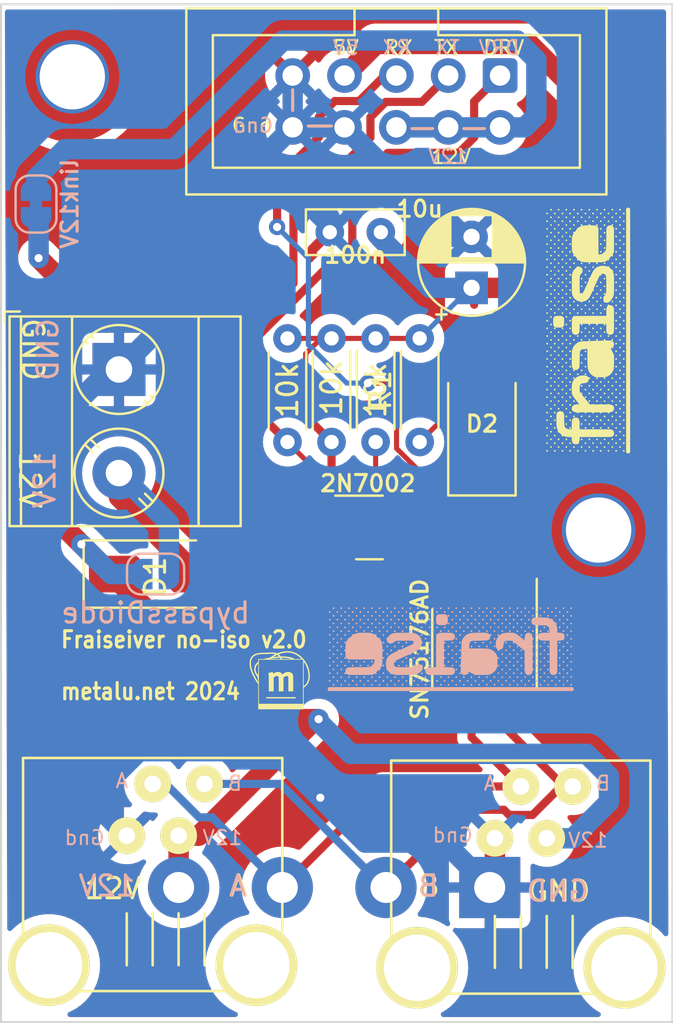
<source format=kicad_pcb>
(kicad_pcb (version 20221018) (generator pcbnew)
  (layers (0 "F.Cu" signal) (31 "B.Cu" signal) (34 "B.Paste" user) (35 "F.Paste" user) (36 "B.SilkS" user "B.Silkscreen") (37 "F.SilkS" user "F.Silkscreen") (38 "B.Mask" user) (39 "F.Mask" user) (44 "Edge.Cuts" user))
  (net 0 "")
  (net 1 "Net-(D2-K)")
  (net 2 "+5V")
  (net 3 "GND")
  (net 4 "+12P")
  (net 5 "Net-(D1-A)")
  (net 6 "/A")
  (net 7 "/B")
  (net 8 "/DRV")
  (net 9 "+12V")
  (net 10 "/TX")
  (net 11 "/RX")
  (net 12 "Net-(Q1-D)")
  (footprint "Resistor_THT:R_Axial_DIN0204_L3.6mm_D1.6mm_P5.08mm_Horizontal" (layer "F.Cu") (at 127.127 109.22 90)
    (fp_text reference "R1" (at 2.54 -1.92 90) (layer "F.SilkS"))
    (fp_text value "10k")
    (pad "1" thru_hole circle (at 0 0 90) (size 1.4 1.4) (drill 0.7) (layers "*.Cu" "*.Mask") (net 11 "/RX"))
    (pad "2" thru_hole oval (at 5.08 0 90) (size 1.4 1.4) (drill 0.7) (layers "*.Cu" "*.Mask") (net 2 "+5V"))
  )
  (footprint "Capacitor_THT:C_Rect_L4.6mm_W2.0mm_P2.50mm_MKS02_FKP02" (layer "F.Cu") (at 125.222 98.933 180)
    (fp_text reference "C2" hide)
    (fp_text value "100n" (at 1.25 -1.12) (layer "F.SilkS") (effects (font (size 0.8 0.8))))
    (pad "1" thru_hole circle (at 0 0 180) (size 1.4 1.4) (drill 0.7) (layers "*.Cu" "*.Mask") (net 2 "+5V"))
    (pad "2" thru_hole circle (at 2.5 0 180) (size 1.4 1.4) (drill 0.7) (layers "*.Cu" "*.Mask") (net 3 "GND"))
  )
  (footprint "Fraiseiver2:RJ11" (layer "F.Cu") (at 132.08 128.651 180)
    (fp_text reference "J4" hide)
    (fp_text value "RJ14" hide)
    (pad "" thru_hole circle (at -5.08 -6.35 180) (size 4.0005 4.0005) (drill 3.2512) (layers "*.Cu" "*.Mask" "F.SilkS"))
    (pad "" thru_hole circle (at 5.08 -6.35 180) (size 4.0005 4.0005) (drill 3.2512) (layers "*.Cu" "*.Mask" "F.SilkS"))
    (pad "1" thru_hole circle (at 1.27 0 180) (size 1.80086 1.80086) (drill 0.8128) (layers "*.Cu" "*.Mask" "F.SilkS") (net 3 "GND"))
    (pad "2" thru_hole circle (at 0 2.54 180) (size 1.80086 1.80086) (drill 0.8128) (layers "*.Cu" "*.Mask" "F.SilkS") (net 6 "/A"))
    (pad "3" thru_hole circle (at -1.27 0 180) (size 1.80086 1.80086) (drill 0.8128) (layers "*.Cu" "*.Mask" "F.SilkS") (net 4 "+12P"))
    (pad "4" thru_hole circle (at -2.54 2.54 180) (size 1.80086 1.80086) (drill 0.8128) (layers "*.Cu" "*.Mask" "F.SilkS") (net 7 "/B"))
  )
  (footprint "Package_SO:SOIC-8_3.9x4.9mm_P1.27mm" (layer "F.Cu") (at 130.302 119.38 -90)
    (fp_text reference "U1" hide)
    (fp_text value "SN75176AD" (at 0 3.175 -90) (layer "F.SilkS") (effects (font (size 0.8 0.8))))
    (pad "1" smd roundrect (at -2.475 -1.905 270) (size 1.95 0.6) (layers "F.Cu" "F.Paste" "F.Mask") (net 1 "Net-(D2-K)"))
    (pad "2" smd roundrect (at -2.475 -0.635 270) (size 1.95 0.6) (layers "F.Cu" "F.Paste" "F.Mask") (net 12 "Net-(Q1-D)"))
    (pad "3" smd roundrect (at -2.475 0.635 270) (size 1.95 0.6) (layers "F.Cu" "F.Paste" "F.Mask") (net 12 "Net-(Q1-D)"))
    (pad "4" smd roundrect (at -2.475 1.905 270) (size 1.95 0.6) (layers "F.Cu" "F.Paste" "F.Mask") (net 10 "/TX"))
    (pad "5" smd roundrect (at 2.475 1.905 270) (size 1.95 0.6) (layers "F.Cu" "F.Paste" "F.Mask") (net 3 "GND"))
    (pad "6" smd roundrect (at 2.475 0.635 270) (size 1.95 0.6) (layers "F.Cu" "F.Paste" "F.Mask") (net 6 "/A"))
    (pad "7" smd roundrect (at 2.475 -0.635 270) (size 1.95 0.6) (layers "F.Cu" "F.Paste" "F.Mask") (net 7 "/B"))
    (pad "8" smd roundrect (at 2.475 -1.905 270) (size 1.95 0.6) (layers "F.Cu" "F.Paste" "F.Mask") (net 2 "+5V"))
  )
  (footprint "Fraiseiver2:FraiseLogo" (layer "F.Cu") (at 135.382 103.759 90)
    (fp_text reference "G***" hide)
    (fp_text value "LOGO" hide)
  )
  (footprint "Resistor_THT:R_Axial_DIN0204_L3.6mm_D1.6mm_P5.08mm_Horizontal" (layer "F.Cu") (at 124.968 109.22 90)
    (fp_text reference "R4" hide)
    (fp_text value "10k" (at 2.54 0 90) (layer "F.SilkS"))
    (pad "1" thru_hole circle (at 0 0 90) (size 1.4 1.4) (drill 0.7) (layers "*.Cu" "*.Mask") (net 12 "Net-(Q1-D)"))
    (pad "2" thru_hole oval (at 5.08 0 90) (size 1.4 1.4) (drill 0.7) (layers "*.Cu" "*.Mask") (net 2 "+5V"))
  )
  (footprint "MountingHole:MountingHole_3.2mm_M3_Pad_TopOnly" (layer "F.Cu") (at 135.89 113.538)
    (fp_text reference "H2" hide)
    (fp_text value "MountingHole" hide)
    (pad "1" thru_hole circle (at 0 0) (size 3.6 3.6) (drill 3.2) (layers "*.Cu" "*.Mask"))
    (pad "1" connect circle (at 0 0) (size 6.4 6.4) (layers "F.Cu" "F.Mask"))
  )
  (footprint "Package_TO_SOT_SMD:SOT-23" (layer "F.Cu") (at 124.6655 113.411)
    (fp_text reference "Q1" hide)
    (fp_text value "2N7002" (at -0.0785 -2.159) (layer "F.SilkS") (effects (font (size 0.8 0.8))))
    (pad "1" smd roundrect (at -0.9375 -0.95) (size 1.475 0.6) (layers "F.Cu" "F.Paste" "F.Mask") (net 8 "/DRV"))
    (pad "2" smd roundrect (at -0.9375 0.95) (size 1.475 0.6) (layers "F.Cu" "F.Paste" "F.Mask") (net 3 "GND"))
    (pad "3" smd roundrect (at 0.9375 0) (size 1.475 0.6) (layers "F.Cu" "F.Paste" "F.Mask") (net 12 "Net-(Q1-D)"))
  )
  (footprint "Fraiseiver2:RJ11" (layer "F.Cu") (at 114.046 128.524 180)
    (fp_text reference "J1" hide)
    (fp_text value "RJ14" hide)
    (pad "" thru_hole circle (at -5.08 -6.35 180) (size 4.0005 4.0005) (drill 3.2512) (layers "*.Cu" "*.Mask" "F.SilkS"))
    (pad "" thru_hole circle (at 5.08 -6.35 180) (size 4.0005 4.0005) (drill 3.2512) (layers "*.Cu" "*.Mask" "F.SilkS"))
    (pad "1" thru_hole circle (at 1.27 0 180) (size 1.80086 1.80086) (drill 0.8128) (layers "*.Cu" "*.Mask" "F.SilkS") (net 3 "GND"))
    (pad "2" thru_hole circle (at 0 2.54 180) (size 1.80086 1.80086) (drill 0.8128) (layers "*.Cu" "*.Mask" "F.SilkS") (net 6 "/A"))
    (pad "3" thru_hole circle (at -1.27 0 180) (size 1.80086 1.80086) (drill 0.8128) (layers "*.Cu" "*.Mask" "F.SilkS") (net 4 "+12P"))
    (pad "4" thru_hole circle (at -2.54 2.54 180) (size 1.80086 1.80086) (drill 0.8128) (layers "*.Cu" "*.Mask" "F.SilkS") (net 7 "/B"))
  )
  (footprint "Resistor_THT:R_Axial_DIN0204_L3.6mm_D1.6mm_P5.08mm_Horizontal" (layer "F.Cu") (at 120.65 109.22 90)
    (fp_text reference "R6" hide)
    (fp_text value "10k" (at 2.54 0 90) (layer "F.SilkS"))
    (pad "1" thru_hole circle (at 0 0 90) (size 1.4 1.4) (drill 0.7) (layers "*.Cu" "*.Mask") (net 10 "/TX"))
    (pad "2" thru_hole oval (at 5.08 0 90) (size 1.4 1.4) (drill 0.7) (layers "*.Cu" "*.Mask") (net 2 "+5V"))
  )
  (footprint "Connector_IDC:IDC-Header_2x05_P2.54mm_Vertical" (layer "F.Cu") (at 131.064 91.252 -90)
    (fp_text reference "J3" hide)
    (fp_text value "Fraise_5x2")
    (pad "1" thru_hole roundrect (at 0 0 270) (size 1.7 1.7) (drill 1) (layers "*.Cu" "*.Mask") (roundrect_rratio 0.147059) (net 8 "/DRV"))
    (pad "2" thru_hole circle (at 2.54 0 270) (size 1.7 1.7) (drill 1) (layers "*.Cu" "*.Mask") (net 9 "+12V"))
    (pad "3" thru_hole circle (at 0 2.54 270) (size 1.7 1.7) (drill 1) (layers "*.Cu" "*.Mask") (net 10 "/TX"))
    (pad "4" thru_hole circle (at 2.54 2.54 270) (size 1.7 1.7) (drill 1) (layers "*.Cu" "*.Mask") (net 9 "+12V"))
    (pad "5" thru_hole circle (at 0 5.08 270) (size 1.7 1.7) (drill 1) (layers "*.Cu" "*.Mask") (net 11 "/RX"))
    (pad "6" thru_hole circle (at 2.54 5.08 270) (size 1.7 1.7) (drill 1) (layers "*.Cu" "*.Mask") (net 9 "+12V"))
    (pad "7" thru_hole circle (at 0 7.62 270) (size 1.7 1.7) (drill 1) (layers "*.Cu" "*.Mask") (net 2 "+5V"))
    (pad "8" thru_hole circle (at 2.54 7.62 270) (size 1.7 1.7) (drill 1) (layers "*.Cu" "*.Mask") (net 3 "GND"))
    (pad "9" thru_hole circle (at 0 10.16 270) (size 1.7 1.7) (drill 1) (layers "*.Cu" "*.Mask") (net 3 "GND"))
    (pad "10" thru_hole circle (at 2.54 10.16 270) (size 1.7 1.7) (drill 1) (layers "*.Cu" "*.Mask") (net 3 "GND"))
  )
  (footprint "Diode_SMD:D_SMA" (layer "F.Cu") (at 130.175 108.331 90)
    (fp_text reference "D2" (at 0 0 180) (layer "F.SilkS") (effects (font (size 0.8 0.8))))
    (fp_text value "D_Schottky" hide)
    (pad "1" smd roundrect (at -2 0 90) (size 2.5 1.8) (layers "F.Cu" "F.Paste" "F.Mask") (roundrect_rratio 0.1388888889) (net 1 "Net-(D2-K)"))
    (pad "2" smd roundrect (at 2 0 90) (size 2.5 1.8) (layers "F.Cu" "F.Paste" "F.Mask") (roundrect_rratio 0.1388888889) (net 11 "/RX"))
  )
  (footprint "TerminalBlock:TerminalBlock_bornier-4_P5.08mm" (layer "F.Cu") (at 130.556 131.064 180)
    (fp_text reference "J5" hide)
    (fp_text value "Conn_01x04_Socket" hide)
    (pad "1" thru_hole rect (at 0 0 180) (size 3 3) (drill 1.52) (layers "*.Cu" "*.Mask") (net 3 "GND"))
    (pad "2" thru_hole circle (at 5.08 0 180) (size 3 3) (drill 1.52) (layers "*.Cu" "*.Mask") (net 7 "/B"))
    (pad "3" thru_hole circle (at 10.16 0 180) (size 3 3) (drill 1.52) (layers "*.Cu" "*.Mask") (net 6 "/A"))
    (pad "4" thru_hole circle (at 15.24 0 180) (size 3 3) (drill 1.52) (layers "*.Cu" "*.Mask") (net 4 "+12P"))
  )
  (footprint "Fraiseiver2:metalunet-mini" (layer "F.Cu") (at 120.269 120.904)
    (fp_text reference "G***" hide)
    (fp_text value "LOGO" hide)
  )
  (footprint "Resistor_THT:R_Axial_DIN0204_L3.6mm_D1.6mm_P5.08mm_Horizontal" (layer "F.Cu") (at 122.809 109.22 90)
    (fp_text reference "R5" hide)
    (fp_text value "10k" (at 2.667 0 90) (layer "F.SilkS"))
    (pad "1" thru_hole circle (at 0 0 90) (size 1.4 1.4) (drill 0.7) (layers "*.Cu" "*.Mask") (net 8 "/DRV"))
    (pad "2" thru_hole oval (at 5.08 0 90) (size 1.4 1.4) (drill 0.7) (layers "*.Cu" "*.Mask") (net 2 "+5V"))
  )
  (footprint "MountingHole:MountingHole_3.2mm_M3_Pad_TopOnly" (layer "F.Cu") (at 110.109 91.313)
    (fp_text reference "H1" hide)
    (fp_text value "MountingHole" hide)
    (pad "1" thru_hole circle (at 0 0) (size 3.6 3.6) (drill 3.2) (layers "*.Cu" "*.Mask"))
    (pad "1" connect circle (at 0 0) (size 6.4 6.4) (layers "F.Cu" "F.Mask"))
  )
  (footprint "TerminalBlock_Phoenix:TerminalBlock_Phoenix_MKDS-3-2-5.08_1x02_P5.08mm_Horizontal" (layer "F.Cu") (at 112.395 105.664 -90)
    (fp_text reference "J2" hide)
    (fp_text value "Bornier2" hide)
    (pad "1" thru_hole rect (at 0 0 270) (size 2.6 2.6) (drill 1.3) (layers "*.Cu" "*.Mask") (net 3 "GND"))
    (pad "2" thru_hole circle (at 5.08 0 270) (size 2.6 2.6) (drill 1.3) (layers "*.Cu" "*.Mask") (net 5 "Net-(D1-A)"))
  )
  (footprint "Diode_SMD:D_SMA" (layer "F.Cu") (at 114.173 115.697)
    (fp_text reference "D1" (at 0 0.127 90) (layer "F.SilkS"))
    (fp_text value "D_Schottky" hide)
    (pad "1" smd roundrect (at -2 0) (size 2.5 1.8) (layers "F.Cu" "F.Paste" "F.Mask") (roundrect_rratio 0.1388888889) (net 4 "+12P"))
    (pad "2" smd roundrect (at 2 0) (size 2.5 1.8) (layers "F.Cu" "F.Paste" "F.Mask") (roundrect_rratio 0.1388888889) (net 5 "Net-(D1-A)"))
  )
  (footprint "Capacitor_THT:CP_Radial_D5.0mm_P2.50mm" (layer "F.Cu") (at 129.667 101.662113 90)
    (fp_text reference "C3" hide)
    (fp_text value "10u" (at 3.872113 -2.54 180) (layer "F.SilkS") (effects (font (size 0.8 0.8))))
    (pad "1" thru_hole rect (at 0 0 90) (size 1.6 1.6) (drill 0.8) (layers "*.Cu" "*.Mask") (net 2 "+5V"))
    (pad "2" thru_hole circle (at 2.5 0 90) (size 1.6 1.6) (drill 0.8) (layers "*.Cu" "*.Mask") (net 3 "GND"))
  )
  (footprint "Jumper:SolderJumper-2_P1.3mm_Open_RoundedPad1.0x1.5mm" (layer "B.Cu") (at 114.188 115.697 180)
    (fp_text reference "JP1" hide)
    (fp_text value "bypassDiode" (at 0 -1.9) (layer "B.SilkS") (effects (justify mirror)))
    (pad "1" smd custom (at -0.65 0 180) (size 1 0.5) (layers "B.Cu" "B.Mask") (net 5 "Net-(D1-A)") (options (clearance outline) (anchor rect)) (primitives (gr_circle (center 0 -0.25) (end 0.5 -0.25) (width 0) (fill yes)) (gr_circle (center 0 0.25) (end 0.5 0.25) (width 0) (fill yes)) (gr_poly (pts (xy 0.5 -0.75) (xy 0 -0.75) (xy 0 0.75) (xy 0.5 0.75)) (width 0) (fill yes))))
    (pad "2" smd custom (at 0.65 0 180) (size 1 0.5) (layers "B.Cu" "B.Mask") (net 4 "+12P") (options (clearance outline) (anchor rect)) (primitives (gr_circle (center 0 -0.25) (end 0.5 -0.25) (width 0) (fill yes)) (gr_circle (center 0 0.25) (end 0.5 0.25) (width 0) (fill yes)) (gr_poly (pts (xy 0 -0.75) (xy -0.5 -0.75) (xy -0.5 0.75) (xy 0 0.75)) (width 0) (fill yes))))
  )
  (footprint "Jumper:SolderJumper-2_P1.3mm_Bridged_RoundedPad1.0x1.5mm" (layer "B.Cu") (at 108.331 97.551 90)
    (fp_text reference "JP2" hide)
    (fp_text value "link12V" hide)
    (fp_poly (pts (xy 0.25 0.3) (xy -0.25 0.3) (xy -0.25 -0.3) (xy 0.25 -0.3)) (fill solid) (layer "B.Cu"))
    (pad "1" smd custom (at -0.65 0 90) (size 1 0.5) (layers "B.Cu" "B.Mask") (net 4 "+12P") (options (clearance outline) (anchor rect)) (primitives (gr_circle (center 0 -0.25) (end 0.5 -0.25) (width 0) (fill yes)) (gr_circle (center 0 0.25) (end 0.5 0.25) (width 0) (fill yes)) (gr_poly (pts (xy 0.5 -0.75) (xy 0 -0.75) (xy 0 0.75) (xy 0.5 0.75)) (width 0) (fill yes))))
    (pad "2" smd custom (at 0.65 0 90) (size 1 0.5) (layers "B.Cu" "B.Mask") (net 9 "+12V") (options (clearance outline) (anchor rect)) (primitives (gr_circle (center 0 -0.25) (end 0.5 -0.25) (width 0) (fill yes)) (gr_circle (center 0 0.25) (end 0.5 0.25) (width 0) (fill yes)) (gr_poly (pts (xy 0 -0.75) (xy -0.5 -0.75) (xy -0.5 0.75) (xy 0 0.75)) (width 0) (fill yes))))
  )
  (footprint "Fraiseiver2:FraiseLogo" (layer "B.Cu") (at 128.651 119.38 180)
    (fp_text reference "G***" hide)
    (fp_text value "LOGO" hide)
  )
  (gr_line (start 120.904 92.964) (end 120.904 91.948) (stroke (width 0.15)) (layer "B.SilkS"))
  (gr_line (start 126.746 93.853) (end 127.762 93.853) (stroke (width 0.15)) (layer "B.SilkS"))
  (gr_line (start 129.286 93.853) (end 130.302 93.853) (stroke (width 0.15)) (layer "B.SilkS"))
  (gr_line (start 121.666 93.726) (end 122.809 93.726) (stroke (width 0.15)) (layer "B.SilkS"))
  (gr_line (start 121.793 93.726) (end 122.555 93.726) (stroke (width 0.15)) (layer "F.SilkS"))
  (gr_line (start 130.175 93.853) (end 129.413 93.853) (stroke (width 0.15)) (layer "F.SilkS"))
  (gr_line (start 120.904 92.202) (end 120.904 92.837) (stroke (width 0.15)) (layer "F.SilkS"))
  (gr_line (start 127.635 93.853) (end 126.873 93.853) (stroke (width 0.15)) (layer "F.SilkS"))
  (gr_rect (start 106.6165 87.757) (end 139.5095 137.668) (stroke (width 0.1)) (fill none) (layer "Edge.Cuts"))
  (gr_text "A" (at 130.937 126.365) (layer "B.SilkS") (effects (font (size 0.7 0.7) (thickness 0.1)) (justify left bottom mirror)))
  (gr_text "GND" (at 135.509 131.826) (layer "B.SilkS") (effects (font (size 1 1)) (justify left bottom mirror)))
  (gr_text "B" (at 136.525 126.365) (layer "B.SilkS") (effects (font (size 0.7 0.7) (thickness 0.1)) (justify left bottom mirror)))
  (gr_text "A" (at 118.745 131.572) (layer "B.SilkS") (effects (font (size 1 1)) (justify left bottom mirror)))
  (gr_text "A" (at 112.903 126.238) (layer "B.SilkS") (effects (font (size 0.7 0.7) (thickness 0.1)) (justify left bottom mirror)))
  (gr_text "Gnd" (at 111.76 129.032) (layer "B.SilkS") (effects (font (size 0.7 0.7) (thickness 0.1)) (justify left bottom mirror)))
  (gr_text "DRV" (at 132.08 90.297) (layer "B.SilkS") (effects (font (size 0.7 0.7) (thickness 0.1)) (justify left bottom mirror)))
  (gr_text "12V" (at 118.491 129.032) (layer "B.SilkS") (effects (font (size 0.7 0.7) (thickness 0.1)) (justify left bottom mirror)))
  (gr_text "RX" (at 126.746 90.297) (layer "B.SilkS") (effects (font (size 0.7 0.7) (thickness 0.1)) (justify left bottom mirror)))
  (gr_text "Gnd" (at 120.015 94.107) (layer "B.SilkS") (effects (font (size 0.7 0.7) (thickness 0.1)) (justify left bottom mirror)))
  (gr_text "TX" (at 129.159 90.297) (layer "B.SilkS") (effects (font (size 0.7 0.7) (thickness 0.1)) (justify left bottom mirror)))
  (gr_text "B" (at 128.143 131.572) (layer "B.SilkS") (effects (font (size 1 1)) (justify left bottom mirror)))
  (gr_text "12V" (at 129.54 95.631) (layer "B.SilkS") (effects (font (size 0.7 0.7) (thickness 0.1)) (justify left bottom mirror)))
  (gr_text "12V" (at 113.284 131.572) (layer "B.SilkS") (effects (font (size 1 1)) (justify left bottom mirror)))
  (gr_text "Gnd" (at 129.794 128.905) (layer "B.SilkS") (effects (font (size 0.7 0.7) (thickness 0.1)) (justify left bottom mirror)))
  (gr_text "GND" (at 109.5 103.064 90) (layer "B.SilkS") (effects (font (size 1 1)) (justify left bottom mirror)))
  (gr_text "B" (at 118.491 126.365) (layer "B.SilkS") (effects (font (size 0.7 0.7) (thickness 0.1)) (justify left bottom mirror)))
  (gr_text "12V" (at 109.347 109.601 90) (layer "B.SilkS") (effects (font (size 1 1)) (justify left bottom mirror)))
  (gr_text "link12V" (at 109.982 97.536 90) (layer "B.SilkS") (effects (font (size 0.8 0.8)) (justify mirror)))
  (gr_text "5V" (at 124.206 90.297) (layer "B.SilkS") (effects (font (size 0.7 0.7) (thickness 0.1)) (justify left bottom mirror)))
  (gr_text "12V" (at 136.398 129.159) (layer "B.SilkS") (effects (font (size 0.7 0.7) (thickness 0.1)) (justify left bottom mirror)))
  (gr_text "RX" (at 125.349 90.297) (layer "F.SilkS") (effects (font (size 0.7 0.7) (thickness 0.1)) (justify left bottom)))
  (gr_text "TX" (at 127.762 90.297) (layer "F.SilkS") (effects (font (size 0.7 0.7) (thickness 0.1)) (justify left bottom)))
  (gr_text "B" (at 127 131.572) (layer "F.SilkS") (effects (font (size 1 1)) (justify left bottom)))
  (gr_text "GND" (at 107.595 103.064 -90) (layer "F.SilkS") (effects (font (size 1 1)) (justify left bottom)))
  (gr_text "12V" (at 107.442 109.601 -90) (layer "F.SilkS") (effects (font (size 1 1)) (justify left bottom)))
  (gr_text "12V" (at 110.617 131.699) (layer "F.SilkS") (effects (font (size 1 1)) (justify left bottom)))
  (gr_text "5V" (at 122.809 90.297) (layer "F.SilkS") (effects (font (size 0.7 0.7) (thickness 0.1)) (justify left bottom)))
  (gr_text "Fraiseiver no-iso v2.0" (at 109.474 119.38) (layer "F.SilkS") (effects (font (size 0.8 0.7)) (justify left bottom)))
  (gr_text "12V" (at 127.635 95.631) (layer "F.SilkS") (effects (font (size 0.7 0.7) (thickness 0.1)) (justify left bottom)))
  (gr_text "metalu.net 2024\n" (at 109.474 121.92) (layer "F.SilkS") (effects (font (size 0.8 0.7)) (justify left bottom)))
  (gr_text "GND" (at 132.334 131.826) (layer "F.SilkS") (effects (font (size 1 1)) (justify left bottom)))
  (gr_text "Gnd" (at 117.856 94.107) (layer "F.SilkS") (effects (font (size 0.7 0.7) (thickness 0.1)) (justify left bottom)))
  (gr_text "A" (at 117.729 131.572) (layer "F.SilkS") (effects (font (size 1 1)) (justify left bottom)))
  (gr_text "DRV" (at 130.175 90.297) (layer "F.SilkS") (effects (font (size 0.7 0.7) (thickness 0.1)) (justify left bottom)))
  (segment (start 132.207 112.363) (end 130.175 110.331) (width 0.25) (layer "F.Cu") (net 1))
  (segment (start 132.207 116.905) (end 132.207 112.363) (width 0.25) (layer "F.Cu") (net 1))
  (segment (start 121.539 106.426) (end 121.539 104.892695) (width 0.25) (layer "F.Cu") (net 2))
  (segment (start 122.428 107.315) (end 121.539 106.426) (width 0.25) (layer "F.Cu") (net 2))
  (segment (start 121.539 104.892695) (end 122.291695 104.14) (width 0.25) (layer "F.Cu") (net 2))
  (segment (start 125.993 108.34) (end 124.968 107.315) (width 0.25) (layer "F.Cu") (net 2))
  (segment (start 124.968 104.14) (end 120.65 104.14) (width 0.25) (layer "F.Cu") (net 2))
  (segment (start 132.207 121.855) (end 131.562 121.21) (width 0.25) (layer "F.Cu") (net 2))
  (segment (start 129.667 101.662113) (end 132.525887 101.662113) (width 1) (layer "F.Cu") (net 2))
  (segment (start 127.127 104.14) (end 124.968 104.14) (width 0.25) (layer "F.Cu") (net 2))
  (segment (start 129.794 102.489) (end 129.794 101.662113) (width 0.4) (layer "F.Cu") (net 2))
  (segment (start 124.968 107.315) (end 122.428 107.315) (width 0.25) (layer "F.Cu") (net 2))
  (segment (start 125.993 109.535569) (end 125.993 108.34) (width 0.25) (layer "F.Cu") (net 2))
  (segment (start 124.994 89.702) (end 123.444 91.252) (width 1) (layer "F.Cu") (net 2))
  (segment (start 132.525887 101.662113) (end 135.8725 98.3155) (width 1) (layer "F.Cu") (net 2))
  (segment (start 122.291695 104.14) (end 122.809 104.14) (width 0.25) (layer "F.Cu") (net 2))
  (segment (start 135.8725 93.0735) (end 132.501 89.702) (width 1) (layer "F.Cu") (net 2))
  (segment (start 131.562 115.104569) (end 125.993 109.535569) (width 0.25) (layer "F.Cu") (net 2))
  (segment (start 135.8725 98.3155) (end 135.8725 93.0735) (width 1) (layer "F.Cu") (net 2))
  (segment (start 132.501 89.702) (end 124.994 89.702) (width 1) (layer "F.Cu") (net 2))
  (segment (start 131.562 121.21) (end 131.562 115.104569) (width 0.25) (layer "F.Cu") (net 2))
  (segment (start 125.222 99.239101) (end 125.222 98.933) (width 1) (layer "B.Cu") (net 2))
  (segment (start 129.794 101.662113) (end 127.645012 101.662113) (width 1) (layer "B.Cu") (net 2))
  (segment (start 127.127 104.14) (end 129.604887 101.662113) (width 0.25) (layer "B.Cu") (net 2))
  (segment (start 129.604887 101.662113) (end 129.667 101.662113) (width 0.25) (layer "B.Cu") (net 2))
  (segment (start 127.645012 101.662113) (end 125.222 99.239101) (width 1) (layer "B.Cu") (net 2))
  (segment (start 127.254 122.998) (end 125.922 122.998) (width 0.4) (layer "F.Cu") (net 3))
  (segment (start 128.397 121.855) (end 127.254 122.998) (width 0.4) (layer "F.Cu") (net 3))
  (segment (start 125.922 122.998) (end 122.258 126.662) (width 0.4) (layer "F.Cu") (net 3))
  (segment (start 130.81 128.651) (end 130.81 130.81) (width 1) (layer "F.Cu") (net 3))
  (segment (start 123.728 114.361) (end 127.503908 114.361) (width 0.25) (layer "F.Cu") (net 3))
  (segment (start 129.022 121.23) (end 128.397 121.855) (width 0.25) (layer "F.Cu") (net 3))
  (segment (start 127.503908 114.361) (end 129.022 115.879092) (width 0.25) (layer "F.Cu") (net 3))
  (segment (start 129.022 115.879092) (end 129.022 121.23) (width 0.25) (layer "F.Cu") (net 3))
  (segment (start 130.81 130.81) (end 130.556 131.064) (width 1) (layer "F.Cu") (net 3))
  (via (at 122.258 126.662) (size 0.8) (drill 0.4) (layers "F.Cu" "B.Cu") (net 3))
  (segment (start 120.904 93.792) (end 123.444 93.792) (width 1) (layer "B.Cu") (net 3))
  (segment (start 118.435 99.624) (end 112.395 105.664) (width 1) (layer "B.Cu") (net 3))
  (segment (start 108.744 108.871) (end 108.744 124.492) (width 1) (layer "B.Cu") (net 3))
  (segment (start 112.141 127.889) (end 112.776 128.524) (width 1) (layer "B.Cu") (net 3))
  (segment (start 120.904 93.792) (end 118.435 96.261) (width 1) (layer "B.Cu") (net 3))
  (segment (start 128.814113 99.162113) (end 129.794 99.162113) (width 1) (layer "B.Cu") (net 3))
  (segment (start 120.904 91.252) (end 120.904 93.792) (width 1) (layer "B.Cu") (net 3))
  (segment (start 122.722 98.211) (end 120.772 96.261) (width 1) (layer "B.Cu") (net 3))
  (segment (start 111.951 105.664) (end 108.744 108.871) (width 1) (layer "B.Cu") (net 3))
  (segment (start 122.722 98.933) (end 122.722 98.211) (width 1) (layer "B.Cu") (net 3))
  (segment (start 123.444 93.792) (end 128.814113 99.162113) (width 1) (layer "B.Cu") (net 3))
  (segment (start 118.435 96.261) (end 118.435 99.624) (width 1) (layer "B.Cu") (net 3))
  (segment (start 113.38308 124.38357) (end 112.141 125.62565) (width 1) (layer "B.Cu") (net 3))
  (segment (start 108.744 124.492) (end 112.776 128.524) (width 1) (layer "B.Cu") (net 3))
  (segment (start 112.141 125.62565) (end 112.141 127.889) (width 1) (layer "B.Cu") (net 3))
  (segment (start 122.258 126.662) (end 119.97957 124.38357) (width 1) (layer "B.Cu") (net 3))
  (segment (start 120.772 96.261) (end 118.435 96.261) (width 1) (layer "B.Cu") (net 3))
  (segment (start 124.46 128.864) (end 122.258 126.662) (width 1) (layer "B.Cu") (net 3))
  (segment (start 130.556 131.064) (end 128.356 128.864) (width 1) (layer "B.Cu") (net 3))
  (segment (start 119.97957 124.38357) (end 113.38308 124.38357) (width 1) (layer "B.Cu") (net 3))
  (segment (start 128.356 128.864) (end 124.46 128.864) (width 1) (layer "B.Cu") (net 3))
  (segment (start 112.395 105.664) (end 111.951 105.664) (width 1) (layer "B.Cu") (net 3))
  (segment (start 110.5535 114.2365) (end 109.601 113.284) (width 1) (layer "F.Cu") (net 4))
  (segment (start 122.174 122.809) (end 122.02435 122.809) (width 1) (layer "F.Cu") (net 4))
  (segment (start 122.02435 122.809) (end 116.30935 128.524) (width 1) (layer "F.Cu") (net 4))
  (segment (start 109.601 101.346) (end 108.458 100.203) (width 1) (layer "F.Cu") (net 4))
  (segment (start 109.601 113.284) (end 109.601 101.346) (width 1) (layer "F.Cu") (net 4))
  (segment (start 119.126 122.809) (end 110.5535 114.2365) (width 1) (layer "F.Cu") (net 4))
  (segment (start 122.174 122.809) (end 119.126 122.809) (width 1) (layer "F.Cu") (net 4))
  (segment (start 115.316 128.524) (end 115.316 131.064) (width 1) (layer "F.Cu") (net 4))
  (segment (start 116.30935 128.524) (end 115.316 128.524) (width 1) (layer "F.Cu") (net 4))
  (via (at 108.458 100.203) (size 0.8) (drill 0.4) (layers "F.Cu" "B.Cu") (net 4))
  (via (at 122.174 122.809) (size 0.8) (drill 0.4) (layers "F.Cu" "B.Cu") (net 4))
  (via (at 110.5535 114.2365) (size 0.8) (drill 0.4) (layers "F.Cu" "B.Cu") (net 4))
  (segment (start 135.30557 124.51057) (end 123.74857 124.51057) (width 1) (layer "B.Cu") (net 4))
  (segment (start 136.398 126.8764) (end 136.398 125.603) (width 1) (layer "B.Cu") (net 4))
  (segment (start 112.014 115.697) (end 110.5535 114.2365) (width 1) (layer "B.Cu") (net 4))
  (segment (start 136.398 125.603) (end 135.30557 124.51057) (width 1) (layer "B.Cu") (net 4))
  (segment (start 108.458 100.203) (end 108.458 98.328) (width 1) (layer "B.Cu") (net 4))
  (segment (start 122.174 122.936) (end 122.174 122.809) (width 1) (layer "B.Cu") (net 4))
  (segment (start 133.35 128.651) (end 134.6234 128.651) (width 1) (layer "B.Cu") (net 4))
  (segment (start 108.458 98.328) (end 108.331 98.201) (width 1) (layer "B.Cu") (net 4))
  (segment (start 134.6234 128.651) (end 136.398 126.8764) (width 1) (layer "B.Cu") (net 4))
  (segment (start 123.74857 124.51057) (end 122.174 122.936) (width 1) (layer "B.Cu") (net 4))
  (segment (start 113.538 115.697) (end 112.014 115.697) (width 1) (layer "B.Cu") (net 4))
  (segment (start 112.395 111.919) (end 116.173 115.697) (width 1) (layer "F.Cu") (net 5))
  (segment (start 112.395 110.744) (end 112.395 111.919) (width 1) (layer "F.Cu") (net 5))
  (segment (start 114.838 113.187) (end 112.395 110.744) (width 1) (layer "B.Cu") (net 5))
  (segment (start 114.838 115.697) (end 114.838 113.187) (width 1) (layer "B.Cu") (net 5))
  (segment (start 125.349 126.111) (end 132.08 126.111) (width 0.4) (layer "F.Cu") (net 6))
  (segment (start 129.667 123.698) (end 129.667 121.855) (width 0.4) (layer "F.Cu") (net 6))
  (segment (start 120.396 131.064) (end 125.349 126.111) (width 0.4) (layer "F.Cu") (net 6))
  (segment (start 132.08 126.111) (end 129.667 123.698) (width 0.4) (layer "F.Cu") (net 6))
  (segment (start 114.046 125.984) (end 114.681 125.984) (width 0.4) (layer "B.Cu") (net 6))
  (segment (start 114.681 125.984) (end 116.321 127.624) (width 0.4) (layer "B.Cu") (net 6))
  (segment (start 116.956 127.624) (end 120.396 131.064) (width 0.4) (layer "B.Cu") (net 6))
  (segment (start 116.321 127.624) (end 116.956 127.624) (width 0.4) (layer "B.Cu") (net 6))
  (segment (start 134.050914 126.111) (end 132.653914 127.508) (width 0.4) (layer "F.Cu") (net 7))
  (segment (start 130.937 122.849974) (end 134.198026 126.111) (width 0.4) (layer "F.Cu") (net 7))
  (segment (start 130.937 121.855) (end 130.937 122.849974) (width 0.4) (layer "F.Cu") (net 7))
  (segment (start 131.252086 127.254) (end 129.286 127.254) (width 0.4) (layer "F.Cu") (net 7))
  (segment (start 131.506086 127.508) (end 131.252086 127.254) (width 0.4) (layer "F.Cu") (net 7))
  (segment (start 132.653914 127.508) (end 131.506086 127.508) (width 0.4) (layer "F.Cu") (net 7))
  (segment (start 134.62 126.111) (end 134.050914 126.111) (width 0.4) (layer "F.Cu") (net 7))
  (segment (start 129.286 127.254) (end 125.476 131.064) (width 0.4) (layer "F.Cu") (net 7))
  (segment (start 134.198026 126.111) (end 134.62 126.111) (width 0.4) (layer "F.Cu") (net 7))
  (segment (start 120.307208 125.984) (end 125.387208 131.064) (width 0.4) (layer "B.Cu") (net 7))
  (segment (start 116.586 125.984) (end 120.307208 125.984) (width 0.4) (layer "B.Cu") (net 7))
  (segment (start 125.387208 131.064) (end 125.476 131.064) (width 0.4) (layer "B.Cu") (net 7))
  (segment (start 129.041767 95.042) (end 125.557 95.042) (width 0.4) (layer "F.Cu") (net 8))
  (segment (start 123.825 96.774) (end 123.825 100.711) (width 0.4) (layer "F.Cu") (net 8))
  (segment (start 122.809 109.22) (end 122.809 111.542) (width 0.4) (layer "F.Cu") (net 8))
  (segment (start 123.825 100.711) (end 122.523365 100.711) (width 0.4) (layer "F.Cu") (net 8))
  (segment (start 119.126 105.537) (end 122.809 109.22) (width 0.4) (layer "F.Cu") (net 8))
  (segment (start 131.064 91.252) (end 129.794 92.522) (width 0.4) (layer "F.Cu") (net 8))
  (segment (start 129.794 94.289767) (end 129.041767 95.042) (width 0.4) (layer "F.Cu") (net 8))
  (segment (start 122.809 111.542) (end 123.728 112.461) (width 0.4) (layer "F.Cu") (net 8))
  (segment (start 119.126 104.108365) (end 119.126 105.537) (width 0.4) (layer "F.Cu") (net 8))
  (segment (start 129.794 92.522) (end 129.794 94.289767) (width 0.4) (layer "F.Cu") (net 8))
  (segment (start 125.557 95.042) (end 123.825 96.774) (width 0.4) (layer "F.Cu") (net 8))
  (segment (start 122.523365 100.711) (end 119.126 104.108365) (width 0.4) (layer "F.Cu") (net 8))
  (segment (start 132.266081 93.792) (end 131.064 93.792) (width 1) (layer "B.Cu") (net 9))
  (segment (start 132.842 93.216081) (end 132.266081 93.792) (width 1) (layer "B.Cu") (net 9))
  (segment (start 131.89743 89.535) (end 132.842 90.47957) (width 1) (layer "B.Cu") (net 9))
  (segment (start 132.842 90.47957) (end 132.842 93.216081) (width 1) (layer "B.Cu") (net 9))
  (segment (start 108.331 96.281) (end 109.751 94.861) (width 1) (layer "B.Cu") (net 9))
  (segment (start 115.102968 94.861) (end 120.428968 89.535) (width 1) (layer "B.Cu") (net 9))
  (segment (start 120.428968 89.535) (end 131.89743 89.535) (width 1) (layer "B.Cu") (net 9))
  (segment (start 128.524 93.792) (end 131.064 93.792) (width 1) (layer "B.Cu") (net 9))
  (segment (start 125.984 93.792) (end 128.524 93.792) (width 1) (layer "B.Cu") (net 9))
  (segment (start 109.751 94.861) (end 115.102968 94.861) (width 1) (layer "B.Cu") (net 9))
  (segment (start 118.526 107.096) (end 120.65 109.22) (width 0.4) (layer "F.Cu") (net 10))
  (segment (start 124.779 116.905) (end 128.397 116.905) (width 0.25) (layer "F.Cu") (net 10))
  (segment (start 118.526 103.859837) (end 118.526 107.096) (width 0.4) (layer "F.Cu") (net 10))
  (segment (start 120.942 101.443837) (end 118.526 103.859837) (width 0.4) (layer "F.Cu") (net 10))
  (segment (start 125.466233 92.542) (end 124.714 93.294233) (width 0.4) (layer "F.Cu") (net 10))
  (segment (start 124.714 93.294233) (end 124.714 94.289767) (width 0.4) (layer "F.Cu") (net 10))
  (segment (start 127.234 92.542) (end 125.466233 92.542) (width 0.4) (layer "F.Cu") (net 10))
  (segment (start 124.714 94.289767) (end 120.942 98.061767) (width 0.4) (layer "F.Cu") (net 10))
  (segment (start 128.524 91.252) (end 127.234 92.542) (width 0.4) (layer "F.Cu") (net 10))
  (segment (start 121.875 110.445) (end 121.875 114.001) (width 0.25) (layer "F.Cu") (net 10))
  (segment (start 120.942 98.061767) (end 120.942 101.443837) (width 0.4) (layer "F.Cu") (net 10))
  (segment (start 120.65 109.22) (end 121.875 110.445) (width 0.25) (layer "F.Cu") (net 10))
  (segment (start 121.875 114.001) (end 124.779 116.905) (width 0.25) (layer "F.Cu") (net 10))
  (segment (start 121.340767 95.123) (end 120.142 96.321767) (width 0.4) (layer "F.Cu") (net 11))
  (segment (start 122.194 94.269767) (end 122.194 93.274233) (width 0.4) (layer "F.Cu") (net 11))
  (segment (start 130.016 106.331) (end 130.175 106.331) (width 0.25) (layer "F.Cu") (net 11))
  (segment (start 121.340767 95.123) (end 122.194 94.269767) (width 0.4) (layer "F.Cu") (net 11))
  (segment (start 127.127 109.22) (end 130.016 106.331) (width 0.25) (layer "F.Cu") (net 11))
  (segment (start 124.16 92.502) (end 125.41 91.252) (width 0.4) (layer "F.Cu") (net 11))
  (segment (start 124.587 106.331) (end 130.175 106.331) (width 0.25) (layer "F.Cu") (net 11))
  (segment (start 122.194 93.274233) (end 122.966233 92.502) (width 0.4) (layer "F.Cu") (net 11))
  (segment (start 125.41 91.252) (end 125.984 91.252) (width 0.4) (layer "F.Cu") (net 11))
  (segment (start 120.142 96.321767) (end 120.142 98.679) (width 0.4) (layer "F.Cu") (net 11))
  (segment (start 122.966233 92.502) (end 124.16 92.502) (width 0.4) (layer "F.Cu") (net 11))
  (via (at 124.587 106.331) (size 0.8) (drill 0.4) (layers "F.Cu" "B.Cu") (net 11))
  (via (at 120.142 98.679) (size 0.8) (drill 0.4) (layers "F.Cu" "B.Cu") (net 11))
  (segment (start 123.550431 106.331) (end 121.675 104.455569) (width 0.25) (layer "B.Cu") (net 11))
  (segment (start 121.675 100.212) (end 120.142 98.679) (width 0.25) (layer "B.Cu") (net 11))
  (segment (start 121.675 104.455569) (end 121.675 100.212) (width 0.25) (layer "B.Cu") (net 11))
  (segment (start 124.587 106.331) (end 123.550431 106.331) (width 0.25) (layer "B.Cu") (net 11))
  (segment (start 129.667 114.427) (end 129.667 116.905) (width 0.25) (layer "F.Cu") (net 12))
  (segment (start 124.968 112.776) (end 125.603 113.411) (width 0.25) (layer "F.Cu") (net 12))
  (segment (start 124.968 109.22) (end 124.968 112.776) (width 0.25) (layer "F.Cu") (net 12))
  (segment (start 130.937 116.905) (end 129.667 116.905) (width 0.4) (layer "F.Cu") (net 12))
  (segment (start 128.651 113.411) (end 129.667 114.427) (width 0.25) (layer "F.Cu") (net 12))
  (segment (start 125.603 113.411) (end 128.651 113.411) (width 0.25) (layer "F.Cu") (net 12))
  (zone (net 3) (net_name "GND") (layers "F&B.Cu") (connect_pads (clearance 0.5)) (min_thickness 0.25) (fill yes (thermal_gap 0.5) (thermal_bridge_width 0.5))
    (polygon (pts (xy 106.807 88.011) (xy 139.192 88.011) (xy 139.319 137.414) (xy 106.934 137.414)))
  )
)
</source>
